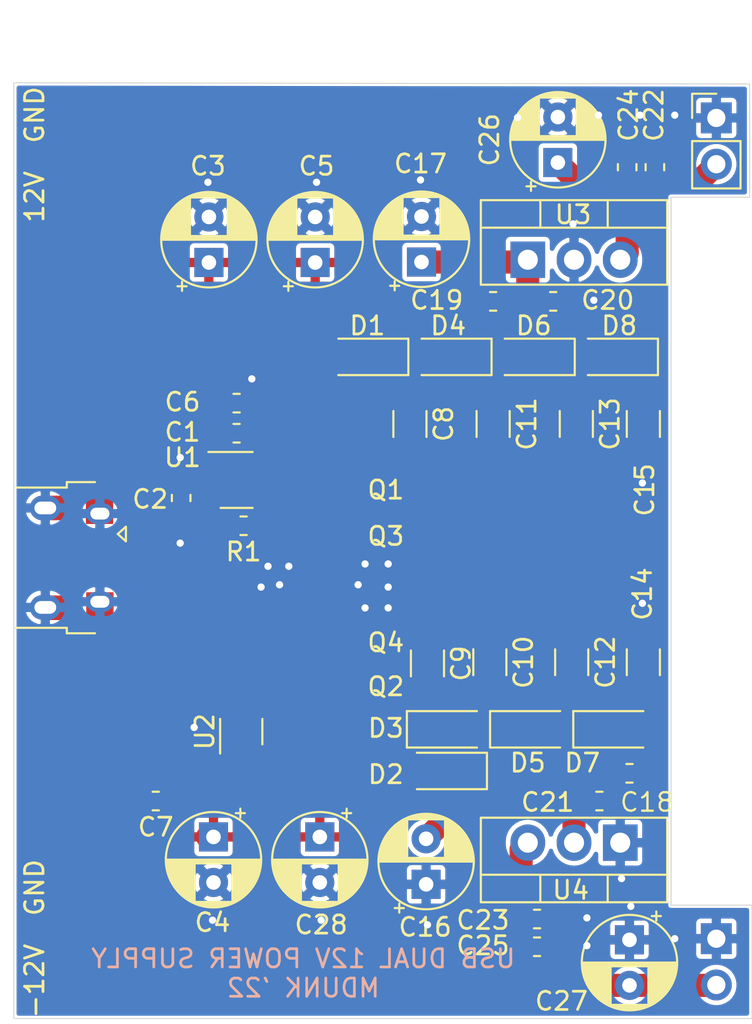
<source format=kicad_pcb>
(kicad_pcb (version 20171130) (host pcbnew "(5.1.10)-1")
  (layers (0 F.Cu signal) (31 B.Cu signal) (34 B.Paste user) (35 F.Paste user hide) (36 B.SilkS user) (37 F.SilkS user) (38 B.Mask user) (39 F.Mask user) (44 Edge.Cuts user))
  (net 0 "")
  (net 1 /CLK)
  (net 2 /5V)
  (net 3 GND)
  (net 4 /NCP_OUT)
  (net 5 /CP_OUT)
  (net 6 /12V)
  (net 7 /-12V)
  (net 8 /B1)
  (net 9 /NCLK)
  (net 10 /B2)
  (net 11 "Net-(U2-Pad1)")
  (net 12 /S1)
  (net 13 /NS1)
  (net 14 /NS2)
  (net 15 /S2)
  (net 16 /NS3)
  (net 17 /S3)
  (net 18 "Net-(J1-Pad4)")
  (net 19 "Net-(J1-Pad3)")
  (net 20 "Net-(J1-Pad2)")
  (net 21 "Net-(R1-Pad1)")
  (module Connector_PinHeader_2.54mm:PinHeader_1x02_P2.54mm_Vertical (layer F.Cu) (at 195.4 125.16)
    (fp_text reference J3 hide)
    (fp_text value Conn_01x02_Male)
    (pad 2 thru_hole oval (at 0 2.54) (size 1.7 1.7) (drill 1) (layers *.Cu *.Mask) (net 7 /-12V))
    (pad 1 thru_hole rect (at 0 0) (size 1.7 1.7) (drill 1) (layers *.Cu *.Mask) (net 3 GND))
  )
  (module Package_TO_SOT_SMD:TSOT-23-5 (layer F.Cu) (at 169.037 99.949)
    (fp_text reference U1 (at -2.974 -1.205) (layer F.SilkS))
    (fp_text value MIC1555)
    (pad 5 smd rect (at 1.31 -0.95) (size 1.22 0.65) (layers F.Cu F.Paste F.Mask) (net 21 "Net-(R1-Pad1)"))
    (pad 4 smd rect (at 1.31 0.95) (size 1.22 0.65) (layers F.Cu F.Paste F.Mask) (net 21 "Net-(R1-Pad1)"))
    (pad 3 smd rect (at -1.31 0.95) (size 1.22 0.65) (layers F.Cu F.Paste F.Mask) (net 1 /CLK))
    (pad 2 smd rect (at -1.31 0) (size 1.22 0.65) (layers F.Cu F.Paste F.Mask) (net 3 GND))
    (pad 1 smd rect (at -1.31 -0.95) (size 1.22 0.65) (layers F.Cu F.Paste F.Mask) (net 2 /5V))
  )
  (module Capacitor_THT:CP_Radial_D5.0mm_P2.50mm (layer F.Cu) (at 173.609 119.572 270)
    (fp_text reference C28 (at 4.826 -0.074 180) (layer F.SilkS))
    (fp_text value CP1)
    (pad 2 thru_hole circle (at 2.5 0 270) (size 1.6 1.6) (drill 0.8) (layers *.Cu *.Mask) (net 3 GND))
    (pad 1 thru_hole rect (at 0 0 270) (size 1.6 1.6) (drill 0.8) (layers *.Cu *.Mask) (net 2 /5V))
  )
  (module Connector_PinHeader_2.54mm:PinHeader_1x02_P2.54mm_Vertical (layer F.Cu) (at 195.4 80.1)
    (fp_text reference J2 hide)
    (fp_text value Conn_01x02_Male)
    (pad 2 thru_hole oval (at 0 2.54) (size 1.7 1.7) (drill 1) (layers *.Cu *.Mask) (net 6 /12V))
    (pad 1 thru_hole rect (at 0 0) (size 1.7 1.7) (drill 1) (layers *.Cu *.Mask) (net 3 GND))
  )
  (module Package_TO_SOT_THT:TO-220-3_Vertical (layer F.Cu) (at 190.119 119.888 180)
    (fp_text reference U4 (at 2.72 -2.605) (layer F.SilkS))
    (fp_text value L7912)
    (pad 3 thru_hole oval (at 5.08 0 180) (size 1.905 2) (drill 1.1) (layers *.Cu *.Mask) (net 7 /-12V))
    (pad 2 thru_hole oval (at 2.54 0 180) (size 1.905 2) (drill 1.1) (layers *.Cu *.Mask) (net 4 /NCP_OUT))
    (pad 1 thru_hole rect (at 0 0 180) (size 1.905 2) (drill 1.1) (layers *.Cu *.Mask) (net 3 GND))
  )
  (module Package_TO_SOT_THT:TO-220-3_Vertical (layer F.Cu) (at 185.039 87.884)
    (fp_text reference U3 (at 2.487 -2.475) (layer F.SilkS))
    (fp_text value L7812)
    (pad 3 thru_hole oval (at 5.08 0) (size 1.905 2) (drill 1.1) (layers *.Cu *.Mask) (net 6 /12V))
    (pad 2 thru_hole oval (at 2.54 0) (size 1.905 2) (drill 1.1) (layers *.Cu *.Mask) (net 3 GND))
    (pad 1 thru_hole rect (at 0 0) (size 1.905 2) (drill 1.1) (layers *.Cu *.Mask) (net 5 /CP_OUT))
  )
  (module Connector_USB:USB_Micro-B_Amphenol_10103594-0001LF_Horizontal (layer F.Cu) (at 159.639 104.267 270)
    (fp_text reference J1 hide)
    (fp_text value USB_B_Micro)
    (pad 6 smd rect (at 0.935 1.385) (size 2.5 1.43) (layers F.Cu F.Paste F.Mask) (net 3 GND))
    (pad 6 smd rect (at -0.985 1.385) (size 2.5 1.43) (layers F.Cu F.Paste F.Mask) (net 3 GND))
    (pad 6 thru_hole oval (at 2.705 1.115) (size 1.7 1.35) (drill oval 1.2 0.7) (layers *.Cu *.Mask) (net 3 GND))
    (pad 6 thru_hole oval (at -2.755 1.115) (size 1.7 1.35) (drill oval 1.2 0.7) (layers *.Cu *.Mask) (net 3 GND))
    (pad 6 thru_hole oval (at 2.395 -1.885) (size 1.5 1.1) (drill oval 1.05 0.65) (layers *.Cu *.Mask) (net 3 GND))
    (pad 6 thru_hole oval (at -2.445 -1.885) (size 1.5 1.1) (drill oval 1.05 0.65) (layers *.Cu *.Mask) (net 3 GND))
    (pad 5 smd rect (at 1.275 -1.765) (size 1.65 0.4) (layers F.Cu F.Paste F.Mask) (net 3 GND))
    (pad 4 smd rect (at 0.625 -1.765) (size 1.65 0.4) (layers F.Cu F.Paste F.Mask) (net 18 "Net-(J1-Pad4)"))
    (pad 3 smd rect (at -0.025 -1.765) (size 1.65 0.4) (layers F.Cu F.Paste F.Mask) (net 19 "Net-(J1-Pad3)"))
    (pad 2 smd rect (at -0.675 -1.765) (size 1.65 0.4) (layers F.Cu F.Paste F.Mask) (net 20 "Net-(J1-Pad2)"))
    (pad 1 smd rect (at -1.325 -1.765) (size 1.65 0.4) (layers F.Cu F.Paste F.Mask) (net 2 /5V))
    (pad 6 smd rect (at 2.875 -1.885 270) (size 2 1.5) (layers F.Cu F.Paste F.Mask) (net 3 GND))
    (pad 6 smd rect (at -2.875 -1.865 270) (size 2 1.5) (layers F.Cu F.Paste F.Mask) (net 3 GND))
    (pad 6 smd rect (at 2.975 -0.565 270) (size 1.825 0.7) (layers F.Cu F.Paste F.Mask) (net 3 GND))
    (pad 6 smd rect (at -2.975 -0.565 270) (size 1.825 0.7) (layers F.Cu F.Paste F.Mask) (net 3 GND))
    (pad 6 smd rect (at -2.755 0.185 270) (size 1.35 2) (layers F.Cu F.Paste F.Mask) (net 3 GND))
    (pad 6 smd rect (at 2.725 0.185 270) (size 1.35 2) (layers F.Cu F.Paste F.Mask) (net 3 GND))
  )
  (module Diode_SMD:D_SOD-123F (layer F.Cu) (at 189.992 93.218 180)
    (fp_text reference D8 (at -0.074 1.713) (layer F.SilkS))
    (fp_text value PSBD1DF40V2L)
    (pad 2 smd rect (at 1.4 0 180) (size 1.1 1.1) (layers F.Cu F.Paste F.Mask) (net 17 /S3))
    (pad 1 smd rect (at -1.4 0 180) (size 1.1 1.1) (layers F.Cu F.Paste F.Mask) (net 5 /CP_OUT))
  )
  (module Diode_SMD:D_SOD-123F (layer F.Cu) (at 189.738 113.665)
    (fp_text reference D7 (at -1.704 1.843) (layer F.SilkS))
    (fp_text value PSBD1DF40V2L)
    (pad 2 smd rect (at 1.4 0) (size 1.1 1.1) (layers F.Cu F.Paste F.Mask) (net 4 /NCP_OUT))
    (pad 1 smd rect (at -1.4 0) (size 1.1 1.1) (layers F.Cu F.Paste F.Mask) (net 16 /NS3))
  )
  (module Diode_SMD:D_SOD-123F (layer F.Cu) (at 185.42 93.218 180)
    (fp_text reference D6 (at 0.053 1.713) (layer F.SilkS))
    (fp_text value PSBD1DF40V2L)
    (pad 2 smd rect (at 1.4 0 180) (size 1.1 1.1) (layers F.Cu F.Paste F.Mask) (net 15 /S2))
    (pad 1 smd rect (at -1.4 0 180) (size 1.1 1.1) (layers F.Cu F.Paste F.Mask) (net 17 /S3))
  )
  (module Diode_SMD:D_SOD-123F (layer F.Cu) (at 185.166 113.665)
    (fp_text reference D5 (at -0.127 1.843) (layer F.SilkS))
    (fp_text value PSBD1DF40V2L)
    (pad 2 smd rect (at 1.4 0) (size 1.1 1.1) (layers F.Cu F.Paste F.Mask) (net 16 /NS3))
    (pad 1 smd rect (at -1.4 0) (size 1.1 1.1) (layers F.Cu F.Paste F.Mask) (net 14 /NS2))
  )
  (module Diode_SMD:D_SOD-123F (layer F.Cu) (at 180.848 93.218 180)
    (fp_text reference D4 (at 0.18 1.713) (layer F.SilkS))
    (fp_text value PSBD1DF40V2L)
    (pad 2 smd rect (at 1.4 0 180) (size 1.1 1.1) (layers F.Cu F.Paste F.Mask) (net 12 /S1))
    (pad 1 smd rect (at -1.4 0 180) (size 1.1 1.1) (layers F.Cu F.Paste F.Mask) (net 15 /S2))
  )
  (module Diode_SMD:D_SOD-123F (layer F.Cu) (at 180.594 113.665)
    (fp_text reference D3 (at -3.355 -0.062) (layer F.SilkS))
    (fp_text value PSBD1DF40V2L)
    (pad 2 smd rect (at 1.4 0) (size 1.1 1.1) (layers F.Cu F.Paste F.Mask) (net 14 /NS2))
    (pad 1 smd rect (at -1.4 0) (size 1.1 1.1) (layers F.Cu F.Paste F.Mask) (net 13 /NS1))
  )
  (module Diode_SMD:D_SOD-123F (layer F.Cu) (at 180.594 115.951 180)
    (fp_text reference D2 (at 3.355 -0.192) (layer F.SilkS))
    (fp_text value PSBD1DF40V2L)
    (pad 2 smd rect (at 1.4 0 180) (size 1.1 1.1) (layers F.Cu F.Paste F.Mask) (net 13 /NS1))
    (pad 1 smd rect (at -1.4 0 180) (size 1.1 1.1) (layers F.Cu F.Paste F.Mask) (net 3 GND))
  )
  (module Diode_SMD:D_SOD-123F (layer F.Cu) (at 176.276 93.218 180)
    (fp_text reference D1 (at 0.053 1.713) (layer F.SilkS))
    (fp_text value PSBD1DF40V2L)
    (pad 2 smd rect (at 1.4 0 180) (size 1.1 1.1) (layers F.Cu F.Paste F.Mask) (net 2 /5V))
    (pad 1 smd rect (at -1.4 0 180) (size 1.1 1.1) (layers F.Cu F.Paste F.Mask) (net 12 /S1))
  )
  (module Capacitor_SMD:C_1206_3216Metric_Pad1.33x1.80mm_HandSolder (layer F.Cu) (at 191.389 96.901 270)
    (fp_text reference C15 (at 3.621 -0.074 90) (layer F.SilkS))
    (fp_text value C)
    (pad 2 smd roundrect (at 1.5625 0 270) (size 1.325 1.8) (layers F.Cu F.Paste F.Mask) (roundrect_rratio 0.1886784905660377) (net 3 GND))
    (pad 1 smd roundrect (at -1.5625 0 270) (size 1.325 1.8) (layers F.Cu F.Paste F.Mask) (roundrect_rratio 0.1886784905660377) (net 5 /CP_OUT))
  )
  (module Capacitor_SMD:C_1206_3216Metric_Pad1.33x1.80mm_HandSolder (layer F.Cu) (at 191.389 109.982 270)
    (fp_text reference C14 (at -3.745 0.053 90) (layer F.SilkS))
    (fp_text value C)
    (pad 2 smd roundrect (at 1.5625 0 270) (size 1.325 1.8) (layers F.Cu F.Paste F.Mask) (roundrect_rratio 0.1886784905660377) (net 4 /NCP_OUT))
    (pad 1 smd roundrect (at -1.5625 0 270) (size 1.325 1.8) (layers F.Cu F.Paste F.Mask) (roundrect_rratio 0.1886784905660377) (net 3 GND))
  )
  (module Capacitor_SMD:C_1206_3216Metric_Pad1.33x1.80mm_HandSolder (layer F.Cu) (at 187.706 96.901 270)
    (fp_text reference C13 (at 0 -1.85 90) (layer F.SilkS))
    (fp_text value C)
    (pad 2 smd roundrect (at 1.5625 0 270) (size 1.325 1.8) (layers F.Cu F.Paste F.Mask) (roundrect_rratio 0.1886784905660377) (net 8 /B1))
    (pad 1 smd roundrect (at -1.5625 0 270) (size 1.325 1.8) (layers F.Cu F.Paste F.Mask) (roundrect_rratio 0.1886784905660377) (net 17 /S3))
  )
  (module Capacitor_SMD:C_1206_3216Metric_Pad1.33x1.80mm_HandSolder (layer F.Cu) (at 187.452 109.982 270)
    (fp_text reference C12 (at 0 -1.85 90) (layer F.SilkS))
    (fp_text value C)
    (pad 2 smd roundrect (at 1.5625 0 270) (size 1.325 1.8) (layers F.Cu F.Paste F.Mask) (roundrect_rratio 0.1886784905660377) (net 16 /NS3))
    (pad 1 smd roundrect (at -1.5625 0 270) (size 1.325 1.8) (layers F.Cu F.Paste F.Mask) (roundrect_rratio 0.1886784905660377) (net 10 /B2))
  )
  (module Capacitor_SMD:C_1206_3216Metric_Pad1.33x1.80mm_HandSolder (layer F.Cu) (at 183.134 96.901 270)
    (fp_text reference C11 (at 0 -1.85 90) (layer F.SilkS))
    (fp_text value C)
    (pad 2 smd roundrect (at 1.5625 0 270) (size 1.325 1.8) (layers F.Cu F.Paste F.Mask) (roundrect_rratio 0.1886784905660377) (net 10 /B2))
    (pad 1 smd roundrect (at -1.5625 0 270) (size 1.325 1.8) (layers F.Cu F.Paste F.Mask) (roundrect_rratio 0.1886784905660377) (net 15 /S2))
  )
  (module Capacitor_SMD:C_1206_3216Metric_Pad1.33x1.80mm_HandSolder (layer F.Cu) (at 182.954 109.982 270)
    (fp_text reference C10 (at 0 -1.85 90) (layer F.SilkS))
    (fp_text value C)
    (pad 2 smd roundrect (at 1.5625 0 270) (size 1.325 1.8) (layers F.Cu F.Paste F.Mask) (roundrect_rratio 0.1886784905660377) (net 14 /NS2))
    (pad 1 smd roundrect (at -1.5625 0 270) (size 1.325 1.8) (layers F.Cu F.Paste F.Mask) (roundrect_rratio 0.1886784905660377) (net 8 /B1))
  )
  (module Capacitor_SMD:C_1206_3216Metric_Pad1.33x1.80mm_HandSolder (layer F.Cu) (at 179.525 110.047 270)
    (fp_text reference C9 (at 0 -1.85 90) (layer F.SilkS))
    (fp_text value C)
    (pad 2 smd roundrect (at 1.5625 0 270) (size 1.325 1.8) (layers F.Cu F.Paste F.Mask) (roundrect_rratio 0.1886784905660377) (net 13 /NS1))
    (pad 1 smd roundrect (at -1.5625 0 270) (size 1.325 1.8) (layers F.Cu F.Paste F.Mask) (roundrect_rratio 0.1886784905660377) (net 10 /B2))
  )
  (module Capacitor_SMD:C_1206_3216Metric_Pad1.33x1.80mm_HandSolder (layer F.Cu) (at 178.562 96.901 270)
    (fp_text reference C8 (at 0 -1.85 90) (layer F.SilkS))
    (fp_text value C)
    (pad 2 smd roundrect (at 1.5625 0 270) (size 1.325 1.8) (layers F.Cu F.Paste F.Mask) (roundrect_rratio 0.1886784905660377) (net 8 /B1))
    (pad 1 smd roundrect (at -1.5625 0 270) (size 1.325 1.8) (layers F.Cu F.Paste F.Mask) (roundrect_rratio 0.1886784905660377) (net 12 /S1))
  )
  (module Resistor_SMD:R_0603_1608Metric_Pad1.05x0.95mm_HandSolder (layer F.Cu) (at 169.418 102.489 180)
    (fp_text reference R1 (at 0 -1.43) (layer F.SilkS))
    (fp_text value 1K)
    (pad 1 smd roundrect (at -0.875 0 180) (size 1.05 0.95) (layers F.Cu F.Paste F.Mask) (net 21 "Net-(R1-Pad1)"))
    (pad 2 smd roundrect (at 0.875 0 180) (size 1.05 0.95) (layers F.Cu F.Paste F.Mask) (net 1 /CLK))
  )
  (module Capacitor_SMD:C_0603_1608Metric_Pad1.05x0.95mm_HandSolder (layer F.Cu) (at 169.037 97.409)
    (fp_text reference C1 (at -2.974 -0.062) (layer F.SilkS))
    (fp_text value 10nF)
    (pad 1 smd roundrect (at -0.875 0) (size 1.05 0.95) (layers F.Cu F.Paste F.Mask) (net 2 /5V))
    (pad 2 smd roundrect (at 0.875 0) (size 1.05 0.95) (layers F.Cu F.Paste F.Mask) (net 3 GND))
  )
  (module Capacitor_SMD:C_0603_1608Metric_Pad1.05x0.95mm_HandSolder (layer F.Cu) (at 165.989 100.965 270)
    (fp_text reference C2 (at 0.065 1.704 180) (layer F.SilkS))
    (fp_text value 220pF)
    (pad 2 smd roundrect (at 0.875 0 270) (size 1.05 0.95) (layers F.Cu F.Paste F.Mask) (net 1 /CLK))
    (pad 1 smd roundrect (at -0.875 0 270) (size 1.05 0.95) (layers F.Cu F.Paste F.Mask) (net 3 GND))
  )
  (module Capacitor_THT:CP_Radial_D5.0mm_P2.50mm (layer F.Cu) (at 167.513 88.036 90)
    (fp_text reference C3 (at 5.294 -0.053 180) (layer F.SilkS))
    (fp_text value CP1)
    (pad 1 thru_hole rect (at 0 0 90) (size 1.6 1.6) (drill 0.8) (layers *.Cu *.Mask) (net 2 /5V))
    (pad 2 thru_hole circle (at 2.5 0 90) (size 1.6 1.6) (drill 0.8) (layers *.Cu *.Mask) (net 3 GND))
  )
  (module Capacitor_THT:CP_Radial_D5.0mm_P2.50mm (layer F.Cu) (at 167.767 119.572 270)
    (fp_text reference C4 (at 4.699 0.053 180) (layer F.SilkS))
    (fp_text value CP1)
    (pad 1 thru_hole rect (at 0 0 270) (size 1.6 1.6) (drill 0.8) (layers *.Cu *.Mask) (net 2 /5V))
    (pad 2 thru_hole circle (at 2.5 0 270) (size 1.6 1.6) (drill 0.8) (layers *.Cu *.Mask) (net 3 GND))
  )
  (module Capacitor_THT:CP_Radial_D5.0mm_P2.50mm (layer F.Cu) (at 173.355 88.036 90)
    (fp_text reference C5 (at 5.294 0.074 180) (layer F.SilkS))
    (fp_text value CP1)
    (pad 2 thru_hole circle (at 2.5 0 90) (size 1.6 1.6) (drill 0.8) (layers *.Cu *.Mask) (net 3 GND))
    (pad 1 thru_hole rect (at 0 0 90) (size 1.6 1.6) (drill 0.8) (layers *.Cu *.Mask) (net 2 /5V))
  )
  (module Capacitor_SMD:C_0603_1608Metric_Pad1.05x0.95mm_HandSolder (layer F.Cu) (at 169.037 95.758)
    (fp_text reference C6 (at -2.974 -0.062) (layer F.SilkS))
    (fp_text value C)
    (pad 1 smd roundrect (at -0.875 0) (size 1.05 0.95) (layers F.Cu F.Paste F.Mask) (net 2 /5V))
    (pad 2 smd roundrect (at 0.875 0) (size 1.05 0.95) (layers F.Cu F.Paste F.Mask) (net 3 GND))
  )
  (module Capacitor_SMD:C_0603_1608Metric_Pad1.05x0.95mm_HandSolder (layer F.Cu) (at 164.592 117.602 180)
    (fp_text reference C7 (at 0 -1.43) (layer F.SilkS))
    (fp_text value C)
    (pad 2 smd roundrect (at 0.875 0 180) (size 1.05 0.95) (layers F.Cu F.Paste F.Mask) (net 3 GND))
    (pad 1 smd roundrect (at -0.875 0 180) (size 1.05 0.95) (layers F.Cu F.Paste F.Mask) (net 2 /5V))
  )
  (module Capacitor_THT:CP_Radial_D5.0mm_P2.50mm (layer F.Cu) (at 179.451 122.174 90)
    (fp_text reference C16 (at -2.351 -0.053 180) (layer F.SilkS))
    (fp_text value CP1)
    (pad 1 thru_hole rect (at 0 0 90) (size 1.6 1.6) (drill 0.8) (layers *.Cu *.Mask) (net 3 GND))
    (pad 2 thru_hole circle (at 2.5 0 90) (size 1.6 1.6) (drill 0.8) (layers *.Cu *.Mask) (net 4 /NCP_OUT))
  )
  (module Capacitor_THT:CP_Radial_D5.0mm_P2.50mm (layer F.Cu) (at 179.197 88.011 90)
    (fp_text reference C17 (at 5.396 -0.053 180) (layer F.SilkS))
    (fp_text value CP1)
    (pad 2 thru_hole circle (at 2.5 0 90) (size 1.6 1.6) (drill 0.8) (layers *.Cu *.Mask) (net 3 GND))
    (pad 1 thru_hole rect (at 0 0 90) (size 1.6 1.6) (drill 0.8) (layers *.Cu *.Mask) (net 5 /CP_OUT))
  )
  (module Capacitor_SMD:C_0603_1608Metric_Pad1.05x0.95mm_HandSolder (layer F.Cu) (at 190.627 116.078 180)
    (fp_text reference C18 (at -0.963 -1.589) (layer F.SilkS) (effects (font (size 1.016 1.016) (thickness 0.127))))
    (fp_text value C)
    (pad 2 smd roundrect (at 0.875 0 180) (size 1.05 0.95) (layers F.Cu F.Paste F.Mask) (net 4 /NCP_OUT))
    (pad 1 smd roundrect (at -0.875 0 180) (size 1.05 0.95) (layers F.Cu F.Paste F.Mask) (net 3 GND))
  )
  (module Capacitor_SMD:C_0603_1608Metric_Pad1.05x0.95mm_HandSolder (layer F.Cu) (at 183.134 90.17 180)
    (fp_text reference C19 (at 3.101 0.062) (layer F.SilkS))
    (fp_text value C)
    (pad 1 smd roundrect (at -0.875 0 180) (size 1.05 0.95) (layers F.Cu F.Paste F.Mask) (net 5 /CP_OUT))
    (pad 2 smd roundrect (at 0.875 0 180) (size 1.05 0.95) (layers F.Cu F.Paste F.Mask) (net 3 GND))
  )
  (module Capacitor_SMD:C_0603_1608Metric_Pad1.05x0.95mm_HandSolder (layer F.Cu) (at 186.436 90.17)
    (fp_text reference C20 (at 2.995 -0.062) (layer F.SilkS))
    (fp_text value .33uF)
    (pad 2 smd roundrect (at 0.875 0) (size 1.05 0.95) (layers F.Cu F.Paste F.Mask) (net 3 GND))
    (pad 1 smd roundrect (at -0.875 0) (size 1.05 0.95) (layers F.Cu F.Paste F.Mask) (net 5 /CP_OUT))
  )
  (module Capacitor_SMD:C_0603_1608Metric_Pad1.05x0.95mm_HandSolder (layer F.Cu) (at 188.976 117.602 180)
    (fp_text reference C21 (at 2.847 -0.065) (layer F.SilkS))
    (fp_text value 2.2uF)
    (pad 2 smd roundrect (at 0.875 0 180) (size 1.05 0.95) (layers F.Cu F.Paste F.Mask) (net 4 /NCP_OUT))
    (pad 1 smd roundrect (at -0.875 0 180) (size 1.05 0.95) (layers F.Cu F.Paste F.Mask) (net 3 GND))
  )
  (module Capacitor_SMD:C_0603_1608Metric_Pad1.05x0.95mm_HandSolder (layer F.Cu) (at 192.024 82.804 90)
    (fp_text reference C22 (at 2.856 -0.053 90) (layer F.SilkS))
    (fp_text value .1uF)
    (pad 1 smd roundrect (at -0.875 0 90) (size 1.05 0.95) (layers F.Cu F.Paste F.Mask) (net 6 /12V))
    (pad 2 smd roundrect (at 0.875 0 90) (size 1.05 0.95) (layers F.Cu F.Paste F.Mask) (net 3 GND))
  )
  (module Capacitor_SMD:C_0603_1608Metric_Pad1.05x0.95mm_HandSolder (layer F.Cu) (at 185.547 124.079 180)
    (fp_text reference C23 (at 2.974 -0.065) (layer F.SilkS))
    (fp_text value 1uF)
    (pad 1 smd roundrect (at -0.875 0 180) (size 1.05 0.95) (layers F.Cu F.Paste F.Mask) (net 3 GND))
    (pad 2 smd roundrect (at 0.875 0 180) (size 1.05 0.95) (layers F.Cu F.Paste F.Mask) (net 7 /-12V))
  )
  (module Capacitor_SMD:C_0603_1608Metric_Pad1.05x0.95mm_HandSolder (layer F.Cu) (at 190.5 82.804 90)
    (fp_text reference C24 (at 2.856 0.074 90) (layer F.SilkS))
    (fp_text value C)
    (pad 2 smd roundrect (at 0.875 0 90) (size 1.05 0.95) (layers F.Cu F.Paste F.Mask) (net 3 GND))
    (pad 1 smd roundrect (at -0.875 0 90) (size 1.05 0.95) (layers F.Cu F.Paste F.Mask) (net 6 /12V))
  )
  (module Capacitor_SMD:C_0603_1608Metric_Pad1.05x0.95mm_HandSolder (layer F.Cu) (at 185.547 125.603 180)
    (fp_text reference C25 (at 2.974 0.062) (layer F.SilkS))
    (fp_text value C)
    (pad 1 smd roundrect (at -0.875 0 180) (size 1.05 0.95) (layers F.Cu F.Paste F.Mask) (net 3 GND))
    (pad 2 smd roundrect (at 0.875 0 180) (size 1.05 0.95) (layers F.Cu F.Paste F.Mask) (net 7 /-12V))
  )
  (module Capacitor_THT:CP_Radial_D5.0mm_P2.50mm (layer F.Cu) (at 186.69 82.55 90)
    (fp_text reference C26 (at 1.25 -3.75 90) (layer F.SilkS))
    (fp_text value CP1)
    (pad 2 thru_hole circle (at 2.5 0 90) (size 1.6 1.6) (drill 0.8) (layers *.Cu *.Mask) (net 3 GND))
    (pad 1 thru_hole rect (at 0 0 90) (size 1.6 1.6) (drill 0.8) (layers *.Cu *.Mask) (net 6 /12V))
  )
  (module Capacitor_THT:CP_Radial_D5.0mm_P2.50mm (layer F.Cu) (at 190.627 125.222 270)
    (fp_text reference C27 (at 3.367 3.736 180) (layer F.SilkS))
    (fp_text value CP1)
    (pad 1 thru_hole rect (at 0 0 270) (size 1.6 1.6) (drill 0.8) (layers *.Cu *.Mask) (net 3 GND))
    (pad 2 thru_hole circle (at 2.5 0 270) (size 1.6 1.6) (drill 0.8) (layers *.Cu *.Mask) (net 7 /-12V))
  )
  (module Custom_FPs:PPAK5-8L (layer F.Cu) (at 173.99 97.79)
    (fp_text reference Q1 (at 3.249 2.732) (layer F.SilkS))
    (fp_text value HY12P03C2)
    (pad 5 smd rect (at 0 0.67) (size 4.25 3.82) (layers F.Cu F.Paste F.Mask) (net 8 /B1))
    (pad 5 smd roundrect (at -1.905 2.785) (size 0.4 0.58) (layers F.Cu F.Paste F.Mask) (roundrect_rratio 0.1) (net 8 /B1))
    (pad 5 smd roundrect (at -0.635 2.785) (size 0.4 0.58) (layers F.Cu F.Paste F.Mask) (roundrect_rratio 0.1) (net 8 /B1))
    (pad 5 smd roundrect (at 0.635 2.785) (size 0.4 0.58) (layers F.Cu F.Paste F.Mask) (roundrect_rratio 0.1) (net 8 /B1))
    (pad 5 smd roundrect (at 1.905 2.785) (size 0.4 0.58) (layers F.Cu F.Paste F.Mask) (roundrect_rratio 0.1) (net 8 /B1))
    (pad 4 smd roundrect (at -1.905 -2.785) (size 0.4 0.58) (layers F.Cu F.Paste F.Mask) (roundrect_rratio 0.1) (net 1 /CLK))
    (pad 3 smd roundrect (at -0.635 -2.785) (size 0.4 0.58) (layers F.Cu F.Paste F.Mask) (roundrect_rratio 0.1) (net 2 /5V))
    (pad 2 smd roundrect (at 0.635 -2.785) (size 0.4 0.58) (layers F.Cu F.Paste F.Mask) (roundrect_rratio 0.1) (net 2 /5V))
    (pad 1 smd roundrect (at 1.905 -2.785) (size 0.4 0.58) (layers F.Cu F.Paste F.Mask) (roundrect_rratio 0.1) (net 2 /5V))
  )
  (module Custom_FPs:PPAK5-8L (layer F.Cu) (at 173.99 113.7 180)
    (fp_text reference Q2 (at -3.249 2.383) (layer F.SilkS))
    (fp_text value HY12P03C2)
    (pad 1 smd roundrect (at 1.905 -2.785 180) (size 0.4 0.58) (layers F.Cu F.Paste F.Mask) (roundrect_rratio 0.1) (net 2 /5V))
    (pad 2 smd roundrect (at 0.635 -2.785 180) (size 0.4 0.58) (layers F.Cu F.Paste F.Mask) (roundrect_rratio 0.1) (net 2 /5V))
    (pad 3 smd roundrect (at -0.635 -2.785 180) (size 0.4 0.58) (layers F.Cu F.Paste F.Mask) (roundrect_rratio 0.1) (net 2 /5V))
    (pad 4 smd roundrect (at -1.905 -2.785 180) (size 0.4 0.58) (layers F.Cu F.Paste F.Mask) (roundrect_rratio 0.1) (net 9 /NCLK))
    (pad 5 smd roundrect (at 1.905 2.785 180) (size 0.4 0.58) (layers F.Cu F.Paste F.Mask) (roundrect_rratio 0.1) (net 10 /B2))
    (pad 5 smd roundrect (at 0.635 2.785 180) (size 0.4 0.58) (layers F.Cu F.Paste F.Mask) (roundrect_rratio 0.1) (net 10 /B2))
    (pad 5 smd roundrect (at -0.635 2.785 180) (size 0.4 0.58) (layers F.Cu F.Paste F.Mask) (roundrect_rratio 0.1) (net 10 /B2))
    (pad 5 smd roundrect (at -1.905 2.785 180) (size 0.4 0.58) (layers F.Cu F.Paste F.Mask) (roundrect_rratio 0.1) (net 10 /B2))
    (pad 5 smd rect (at 0 0.67 180) (size 4.25 3.82) (layers F.Cu F.Paste F.Mask) (net 10 /B2))
  )
  (module Custom_FPs:PDFN3333 (layer F.Cu) (at 173.99 103.237 180)
    (fp_text reference Q3 (at -3.249 0.175) (layer F.SilkS))
    (fp_text value ET6300)
    (pad 5 smd rect (at 0 0.24 180) (size 2.59 2) (layers F.Cu F.Paste F.Mask) (net 8 /B1))
    (pad 5 smd roundrect (at -0.975 1.475 180) (size 0.35 0.5) (layers F.Cu F.Paste F.Mask) (roundrect_rratio 0.1) (net 8 /B1))
    (pad 5 smd roundrect (at -0.325 1.475 180) (size 0.35 0.5) (layers F.Cu F.Paste F.Mask) (roundrect_rratio 0.1) (net 8 /B1))
    (pad 5 smd roundrect (at 0.325 1.475 180) (size 0.35 0.5) (layers F.Cu F.Paste F.Mask) (roundrect_rratio 0.1) (net 8 /B1))
    (pad 5 smd roundrect (at 0.975 1.475 180) (size 0.35 0.5) (layers F.Cu F.Paste F.Mask) (roundrect_rratio 0.1) (net 8 /B1))
    (pad 4 smd roundrect (at -0.975 -1.475 180) (size 0.35 0.5) (layers F.Cu F.Paste F.Mask) (roundrect_rratio 0.1) (net 1 /CLK))
    (pad 3 smd roundrect (at -0.325 -1.475 180) (size 0.35 0.5) (layers F.Cu F.Paste F.Mask) (roundrect_rratio 0.1) (net 3 GND))
    (pad 2 smd roundrect (at 0.325 -1.475 180) (size 0.35 0.5) (layers F.Cu F.Paste F.Mask) (roundrect_rratio 0.1) (net 3 GND))
    (pad 1 smd roundrect (at 0.975 -1.475 180) (size 0.35 0.5) (layers F.Cu F.Paste F.Mask) (roundrect_rratio 0.1) (net 3 GND))
  )
  (module Custom_FPs:PDFN3333 (layer F.Cu) (at 173.99 108.345)
    (fp_text reference Q4 (at 3.249 0.559) (layer F.SilkS))
    (fp_text value ET6300)
    (pad 1 smd roundrect (at 0.975 -1.475) (size 0.35 0.5) (layers F.Cu F.Paste F.Mask) (roundrect_rratio 0.1) (net 3 GND))
    (pad 2 smd roundrect (at 0.325 -1.475) (size 0.35 0.5) (layers F.Cu F.Paste F.Mask) (roundrect_rratio 0.1) (net 3 GND))
    (pad 3 smd roundrect (at -0.325 -1.475) (size 0.35 0.5) (layers F.Cu F.Paste F.Mask) (roundrect_rratio 0.1) (net 3 GND))
    (pad 4 smd roundrect (at -0.975 -1.475) (size 0.35 0.5) (layers F.Cu F.Paste F.Mask) (roundrect_rratio 0.1) (net 9 /NCLK))
    (pad 5 smd roundrect (at 0.975 1.475) (size 0.35 0.5) (layers F.Cu F.Paste F.Mask) (roundrect_rratio 0.1) (net 10 /B2))
    (pad 5 smd roundrect (at 0.325 1.475) (size 0.35 0.5) (layers F.Cu F.Paste F.Mask) (roundrect_rratio 0.1) (net 10 /B2))
    (pad 5 smd roundrect (at -0.325 1.475) (size 0.35 0.5) (layers F.Cu F.Paste F.Mask) (roundrect_rratio 0.1) (net 10 /B2))
    (pad 5 smd roundrect (at -0.975 1.475) (size 0.35 0.5) (layers F.Cu F.Paste F.Mask) (roundrect_rratio 0.1) (net 10 /B2))
    (pad 5 smd rect (at 0 0.24) (size 2.59 2) (layers F.Cu F.Paste F.Mask) (net 10 /B2))
  )
  (module Package_TO_SOT_SMD:SOT-353_SC-70-5_Handsoldering (layer F.Cu) (at 169.291 113.792 90)
    (fp_text reference U2 (at 0 -2 90) (layer F.SilkS))
    (fp_text value NL17SZU04DFT2G)
    (pad 1 smd rect (at -1.33 -0.65 90) (size 1.5 0.4) (layers F.Cu F.Paste F.Mask) (net 11 "Net-(U2-Pad1)"))
    (pad 2 smd rect (at -1.33 0 90) (size 1.5 0.4) (layers F.Cu F.Paste F.Mask) (net 1 /CLK))
    (pad 3 smd rect (at -1.33 0.65 90) (size 1.5 0.4) (layers F.Cu F.Paste F.Mask) (net 3 GND))
    (pad 4 smd rect (at 1.33 0.65 90) (size 1.5 0.4) (layers F.Cu F.Paste F.Mask) (net 9 /NCLK))
    (pad 5 smd rect (at 1.33 -0.65 90) (size 1.5 0.4) (layers F.Cu F.Paste F.Mask) (net 2 /5V))
  )
  (gr_text "USB DUAL 12V POWER SUPPLY\nMDUNK '22" (at 172.7 127.06) (layer B.SilkS) (effects (font (size 1 1)) (justify mirror)))
  (gr_text "12V  GND" (at 157.935 82.107 90) (layer F.SilkS) (effects (font (size 1.016 1.016) (thickness 0.1524))))
  (gr_text "-12V  GND" (at 157.935 125.16 90) (layer F.SilkS) (effects (font (size 1.016 1.016) (thickness 0.1524))))
  (gr_line (start 156.792 78.17) (end 156.792 129.54) (layer Edge.Cuts) (width 0.05))
  (gr_line (start 197.231 78.232) (end 156.792 78.17) (layer Edge.Cuts) (width 0.05))
  (gr_line (start 197.231 84.455) (end 197.231 78.232) (layer Edge.Cuts) (width 0.05))
  (gr_line (start 192.913 84.455) (end 197.231 84.455) (layer Edge.Cuts) (width 0.05))
  (gr_line (start 192.913 123.317) (end 192.913 84.455) (layer Edge.Cuts) (width 0.05))
  (gr_line (start 197.358 129.54) (end 156.792 129.54) (layer Edge.Cuts) (width 0.05))
  (gr_line (start 197.358 123.317) (end 197.358 129.54) (layer Edge.Cuts) (width 0.05))
  (gr_line (start 192.913 123.317) (end 197.358 123.317) (layer Edge.Cuts) (width 0.05))
  (via (at 165.936 103.443) (size 0.8) (drill 0.4) (layers F.Cu B.Cu) (net 3))
  (segment (start 169.291 109.584764) (end 172.892764 105.983) (width 0.254) (layer F.Cu) (net 1))
  (segment (start 169.291 115.122) (end 169.291 109.584764) (width 0.254) (layer F.Cu) (net 1))
  (segment (start 174.965 105.00533) (end 174.965 104.712) (width 0.254) (layer F.Cu) (net 1))
  (segment (start 173.98733 105.983) (end 174.965 105.00533) (width 0.254) (layer F.Cu) (net 1))
  (segment (start 172.892764 105.983) (end 173.98733 105.983) (width 0.254) (layer F.Cu) (net 1))
  (segment (start 166.93 100.899) (end 165.989 101.84) (width 0.254) (layer F.Cu) (net 1))
  (segment (start 167.727 100.899) (end 166.93 100.899) (width 0.254) (layer F.Cu) (net 1))
  (segment (start 166.638 102.489) (end 165.989 101.84) (width 0.254) (layer F.Cu) (net 1))
  (segment (start 168.543 102.489) (end 166.638 102.489) (width 0.254) (layer F.Cu) (net 1))
  (segment (start 169.238 103.184) (end 168.543 102.489) (width 0.254) (layer F.Cu) (net 1))
  (segment (start 169.238 109.531764) (end 169.238 103.184) (width 0.254) (layer F.Cu) (net 1))
  (segment (start 169.291 109.584764) (end 169.238 109.531764) (width 0.254) (layer F.Cu) (net 1))
  (segment (start 167.727 100.899) (end 168.734 100.899) (width 0.254) (layer F.Cu) (net 1))
  (segment (start 170.73299 98.26501) (end 171.016 97.982) (width 0.254) (layer F.Cu) (net 1))
  (segment (start 169.460188 98.26501) (end 170.73299 98.26501) (width 0.254) (layer F.Cu) (net 1))
  (segment (start 168.734 98.991198) (end 169.460188 98.26501) (width 0.254) (layer F.Cu) (net 1))
  (segment (start 168.734 100.899) (end 168.734 98.991198) (width 0.254) (layer F.Cu) (net 1))
  (segment (start 171.016 96.074) (end 172.085 95.005) (width 0.254) (layer F.Cu) (net 1))
  (segment (start 171.016 97.982) (end 171.016 96.074) (width 0.254) (layer F.Cu) (net 1))
  (segment (start 167.767 119.572) (end 167.437 119.572) (width 1.27) (layer F.Cu) (net 2))
  (segment (start 167.727 97.844) (end 168.162 97.409) (width 0.254) (layer F.Cu) (net 2))
  (segment (start 167.727 98.999) (end 167.727 97.844) (width 0.254) (layer F.Cu) (net 2))
  (segment (start 167.5 110.46) (end 164.1 110.46) (width 0.254) (layer F.Cu) (net 2))
  (segment (start 168.641 111.601) (end 167.5 110.46) (width 0.254) (layer F.Cu) (net 2))
  (segment (start 168.641 112.462) (end 168.641 111.601) (width 0.254) (layer F.Cu) (net 2))
  (via (at 190.193 121.858) (size 0.8) (drill 0.4) (layers F.Cu B.Cu) (net 3))
  (via (at 188.288 124.017) (size 0.8) (drill 0.4) (layers F.Cu B.Cu) (net 3))
  (via (at 179.525 124.398) (size 0.8) (drill 0.4) (layers F.Cu B.Cu) (net 3))
  (via (at 173.683 124.144) (size 0.8) (drill 0.4) (layers F.Cu B.Cu) (net 3))
  (via (at 167.714 124.144) (size 0.8) (drill 0.4) (layers F.Cu B.Cu) (net 3))
  (via (at 191.336 106.745) (size 0.8) (drill 0.4) (layers F.Cu B.Cu) (net 3))
  (via (at 191.336 100.141) (size 0.8) (drill 0.4) (layers F.Cu B.Cu) (net 3))
  (via (at 179.144 83.504) (size 0.8) (drill 0.4) (layers F.Cu B.Cu) (net 3))
  (via (at 173.429 83.631) (size 0.8) (drill 0.4) (layers F.Cu B.Cu) (net 3))
  (via (at 167.46 83.631) (size 0.8) (drill 0.4) (layers F.Cu B.Cu) (net 3))
  (via (at 188.923 79.948) (size 0.8) (drill 0.4) (layers F.Cu B.Cu) (net 3))
  (via (at 193.114 79.948) (size 0.8) (drill 0.4) (layers F.Cu B.Cu) (net 3))
  (via (at 191.209 79.948) (size 0.8) (drill 0.4) (layers F.Cu B.Cu) (net 3))
  (via (at 184.478 80.075) (size 0.8) (drill 0.4) (layers F.Cu B.Cu) (net 3))
  (via (at 188.669 90.108) (size 0.8) (drill 0.4) (layers F.Cu B.Cu) (net 3))
  (via (at 187.526 85.917) (size 0.8) (drill 0.4) (layers F.Cu B.Cu) (net 3))
  (via (at 190.701 123.382) (size 0.8) (drill 0.4) (layers F.Cu B.Cu) (net 3))
  (via (at 193.114 125.16) (size 0.8) (drill 0.4) (layers F.Cu B.Cu) (net 3))
  (via (at 165.936 98.744) (size 0.8) (drill 0.4) (layers F.Cu B.Cu) (net 3))
  (via (at 171.905 104.713) (size 0.8) (drill 0.4) (layers F.Cu B.Cu) (net 3))
  (via (at 170.762 104.713) (size 0.8) (drill 0.4) (layers F.Cu B.Cu) (net 3))
  (via (at 171.397 105.729) (size 0.8) (drill 0.4) (layers F.Cu B.Cu) (net 3))
  (via (at 175.715 105.729) (size 0.8) (drill 0.4) (layers F.Cu B.Cu) (net 3))
  (via (at 176.096 106.999) (size 0.8) (drill 0.4) (layers F.Cu B.Cu) (net 3))
  (via (at 177.366 106.999) (size 0.8) (drill 0.4) (layers F.Cu B.Cu) (net 3))
  (via (at 177.366 105.856) (size 0.8) (drill 0.4) (layers F.Cu B.Cu) (net 3))
  (via (at 177.366 104.586) (size 0.8) (drill 0.4) (layers F.Cu B.Cu) (net 3))
  (via (at 176.096 104.586) (size 0.8) (drill 0.4) (layers F.Cu B.Cu) (net 3))
  (via (at 170.381 105.856) (size 0.8) (drill 0.4) (layers F.Cu B.Cu) (net 3))
  (segment (start 169.912 97.409) (end 169.912 95.758) (width 0.254) (layer F.Cu) (net 3))
  (via (at 169.873 94.426) (size 0.8) (drill 0.4) (layers F.Cu B.Cu) (net 3))
  (segment (start 169.912 94.465) (end 169.873 94.426) (width 0.254) (layer F.Cu) (net 3))
  (segment (start 169.912 95.758) (end 169.912 94.465) (width 0.254) (layer F.Cu) (net 3))
  (segment (start 166.13 99.949) (end 165.989 100.09) (width 0.254) (layer F.Cu) (net 3))
  (segment (start 167.727 99.949) (end 166.13 99.949) (width 0.254) (layer F.Cu) (net 3))
  (segment (start 158.985 103.282) (end 159.967 102.3) (width 0.254) (layer F.Cu) (net 3))
  (segment (start 158.254 103.282) (end 158.985 103.282) (width 0.254) (layer F.Cu) (net 3))
  (segment (start 159.967 102.025) (end 159.454 101.512) (width 0.254) (layer F.Cu) (net 3))
  (segment (start 159.967 102.3) (end 159.967 102.025) (width 0.254) (layer F.Cu) (net 3))
  (segment (start 158.254 105.202) (end 159.821 105.202) (width 0.254) (layer F.Cu) (net 3))
  (segment (start 160.204 105.585) (end 160.204 107.242) (width 0.254) (layer F.Cu) (net 3))
  (segment (start 159.821 105.202) (end 160.204 105.585) (width 0.254) (layer F.Cu) (net 3))
  (segment (start 161.404 105.542) (end 160.408 105.542) (width 0.254) (layer F.Cu) (net 3))
  (segment (start 160.204 105.746) (end 160.204 107.242) (width 0.254) (layer F.Cu) (net 3))
  (segment (start 160.408 105.542) (end 160.204 105.746) (width 0.254) (layer F.Cu) (net 3))
  (via (at 188.288 125.541) (size 0.8) (drill 0.4) (layers F.Cu B.Cu) (net 3))
  (via (at 166.7 113.56) (size 0.8) (drill 0.4) (layers F.Cu B.Cu) (net 3))
  (segment (start 166.7 114.816802) (end 166.7 113.56) (width 0.254) (layer F.Cu) (net 3))
  (segment (start 169.813999 116.253001) (end 168.136199 116.253001) (width 0.254) (layer F.Cu) (net 3))
  (segment (start 169.941 116.126) (end 169.813999 116.253001) (width 0.254) (layer F.Cu) (net 3))
  (segment (start 168.136199 116.253001) (end 166.7 114.816802) (width 0.254) (layer F.Cu) (net 3))
  (segment (start 169.941 115.122) (end 169.941 116.126) (width 0.254) (layer F.Cu) (net 3))
  (segment (start 181.523 117.602) (end 179.451 119.674) (width 1.27) (layer F.Cu) (net 4))
  (segment (start 188.101 117.602) (end 181.523 117.602) (width 1.27) (layer F.Cu) (net 4))
  (segment (start 187.579 118.124) (end 188.101 117.602) (width 1.27) (layer F.Cu) (net 4))
  (segment (start 187.579 119.888) (end 187.579 118.124) (width 1.27) (layer F.Cu) (net 4))
  (segment (start 188.101 117.127) (end 188.101 117.602) (width 1.27) (layer F.Cu) (net 4))
  (segment (start 189.15 116.078) (end 188.101 117.127) (width 1.27) (layer F.Cu) (net 4))
  (segment (start 189.752 116.078) (end 189.15 116.078) (width 1.27) (layer F.Cu) (net 4))
  (segment (start 191.138 111.7955) (end 191.389 111.5445) (width 1.27) (layer F.Cu) (net 4))
  (segment (start 191.138 113.665) (end 191.138 111.7955) (width 1.27) (layer F.Cu) (net 4))
  (segment (start 189.752 115.051) (end 189.752 116.078) (width 1.27) (layer F.Cu) (net 4))
  (segment (start 191.138 113.665) (end 189.752 115.051) (width 1.27) (layer F.Cu) (net 4))
  (segment (start 191.389 93.221) (end 191.392 93.218) (width 1.27) (layer F.Cu) (net 5))
  (segment (start 191.389 95.3385) (end 191.389 93.221) (width 1.27) (layer F.Cu) (net 5))
  (segment (start 184.009 90.17) (end 185.561 90.17) (width 1.27) (layer F.Cu) (net 5))
  (segment (start 185.039 89.648) (end 185.561 90.17) (width 1.27) (layer F.Cu) (net 5))
  (segment (start 185.039 87.884) (end 185.039 89.648) (width 1.27) (layer F.Cu) (net 5))
  (segment (start 186.45001 91.53401) (end 189.70801 91.53401) (width 1.27) (layer F.Cu) (net 5))
  (segment (start 185.561 90.645) (end 186.45001 91.53401) (width 1.27) (layer F.Cu) (net 5))
  (segment (start 189.70801 91.53401) (end 191.392 93.218) (width 1.27) (layer F.Cu) (net 5))
  (segment (start 185.561 90.17) (end 185.561 90.645) (width 1.27) (layer F.Cu) (net 5))
  (segment (start 184.912 88.011) (end 185.039 87.884) (width 1.27) (layer F.Cu) (net 5))
  (segment (start 179.197 88.011) (end 184.912 88.011) (width 1.27) (layer F.Cu) (net 5))
  (segment (start 192.213001 83.489999) (end 192.024 83.679) (width 1.27) (layer F.Cu) (net 6))
  (segment (start 194.550001 83.489999) (end 192.213001 83.489999) (width 1.27) (layer F.Cu) (net 6))
  (segment (start 195.4 82.64) (end 194.550001 83.489999) (width 1.27) (layer F.Cu) (net 6))
  (segment (start 192.024 83.679) (end 190.5 83.679) (width 1.27) (layer F.Cu) (net 6))
  (segment (start 190.5 87.503) (end 190.119 87.884) (width 1.27) (layer F.Cu) (net 6))
  (segment (start 190.5 83.679) (end 190.5 87.503) (width 1.27) (layer F.Cu) (net 6))
  (segment (start 187.819 83.679) (end 186.69 82.55) (width 1.27) (layer F.Cu) (net 6))
  (segment (start 190.5 83.679) (end 187.819 83.679) (width 1.27) (layer F.Cu) (net 6))
  (segment (start 195.378 127.722) (end 195.4 127.7) (width 1.27) (layer F.Cu) (net 7))
  (segment (start 190.627 127.722) (end 195.378 127.722) (width 1.27) (layer F.Cu) (net 7))
  (segment (start 184.672 124.079) (end 184.672 125.603) (width 1.27) (layer F.Cu) (net 7))
  (segment (start 186.316 127.722) (end 190.627 127.722) (width 1.27) (layer F.Cu) (net 7))
  (segment (start 184.672 126.078) (end 186.316 127.722) (width 1.27) (layer F.Cu) (net 7))
  (segment (start 184.672 125.603) (end 184.672 126.078) (width 1.27) (layer F.Cu) (net 7))
  (segment (start 184.672 120.255) (end 184.672 124.079) (width 1.27) (layer F.Cu) (net 7))
  (segment (start 185.039 119.888) (end 184.672 120.255) (width 1.27) (layer F.Cu) (net 7))
  (segment (start 186.15449 96.91199) (end 187.706 98.4635) (width 1.27) (layer F.Cu) (net 8))
  (segment (start 180.11351 96.91199) (end 186.15449 96.91199) (width 1.27) (layer F.Cu) (net 8))
  (segment (start 178.562 98.4635) (end 180.11351 96.91199) (width 1.27) (layer F.Cu) (net 8))
  (segment (start 173.9935 98.4635) (end 173.99 98.46) (width 1.27) (layer F.Cu) (net 8))
  (segment (start 178.562 98.4635) (end 173.9935 98.4635) (width 1.27) (layer F.Cu) (net 8))
  (segment (start 182.954 103.2155) (end 187.706 98.4635) (width 1.27) (layer F.Cu) (net 8))
  (segment (start 182.954 108.4195) (end 182.954 103.2155) (width 1.27) (layer F.Cu) (net 8))
  (segment (start 169.941 109.653198) (end 169.941 112.462) (width 0.254) (layer F.Cu) (net 9))
  (segment (start 172.724198 106.87) (end 169.941 109.653198) (width 0.254) (layer F.Cu) (net 9))
  (segment (start 173.015 106.87) (end 172.724198 106.87) (width 0.254) (layer F.Cu) (net 9))
  (segment (start 169.941 111.503) (end 169.941 112.462) (width 0.254) (layer F.Cu) (net 9))
  (segment (start 170.254 111.19) (end 169.941 111.503) (width 0.254) (layer F.Cu) (net 9))
  (segment (start 170.762 111.19) (end 170.254 111.19) (width 0.254) (layer F.Cu) (net 9))
  (segment (start 171.483999 111.911999) (end 170.762 111.19) (width 0.254) (layer F.Cu) (net 9))
  (segment (start 171.483999 115.244801) (end 171.483999 111.911999) (width 0.254) (layer F.Cu) (net 9))
  (segment (start 172.053188 115.81399) (end 171.483999 115.244801) (width 0.254) (layer F.Cu) (net 9))
  (segment (start 175.22399 115.81399) (end 172.053188 115.81399) (width 0.254) (layer F.Cu) (net 9))
  (segment (start 175.895 116.485) (end 175.22399 115.81399) (width 0.254) (layer F.Cu) (net 9))
  (segment (start 185.87851 109.99299) (end 187.452 108.4195) (width 1.27) (layer F.Cu) (net 10))
  (segment (start 181.03349 109.99299) (end 185.87851 109.99299) (width 1.27) (layer F.Cu) (net 10))
  (segment (start 179.525 108.4845) (end 181.03349 109.99299) (width 1.27) (layer F.Cu) (net 10))
  (segment (start 179.525 102.0725) (end 183.134 98.4635) (width 1.27) (layer F.Cu) (net 10))
  (segment (start 179.525 108.4845) (end 179.525 102.0725) (width 1.27) (layer F.Cu) (net 10))
  (segment (start 174.0905 108.4845) (end 173.99 108.585) (width 1.27) (layer F.Cu) (net 10))
  (segment (start 179.525 108.4845) (end 174.0905 108.4845) (width 1.27) (layer F.Cu) (net 10))
  (segment (start 178.562 93.227) (end 178.571 93.218) (width 1.27) (layer F.Cu) (net 12))
  (segment (start 178.562 95.3385) (end 178.562 93.227) (width 1.27) (layer F.Cu) (net 12))
  (segment (start 178.571 93.218) (end 179.448 93.218) (width 1.27) (layer F.Cu) (net 12))
  (segment (start 177.676 93.218) (end 178.571 93.218) (width 1.27) (layer F.Cu) (net 12))
  (segment (start 179.525 113.334) (end 179.194 113.665) (width 1.27) (layer F.Cu) (net 13))
  (segment (start 179.525 111.6095) (end 179.525 113.334) (width 1.27) (layer F.Cu) (net 13))
  (segment (start 179.194 113.665) (end 179.194 115.951) (width 1.27) (layer F.Cu) (net 13))
  (segment (start 182.954 113.476) (end 183.143 113.665) (width 1.27) (layer F.Cu) (net 14))
  (segment (start 182.954 111.5445) (end 182.954 113.476) (width 1.27) (layer F.Cu) (net 14))
  (segment (start 183.143 113.665) (end 183.766 113.665) (width 1.27) (layer F.Cu) (net 14))
  (segment (start 181.994 113.665) (end 183.143 113.665) (width 1.27) (layer F.Cu) (net 14))
  (segment (start 183.134 93.336) (end 183.016 93.218) (width 1.27) (layer F.Cu) (net 15))
  (segment (start 183.134 95.3385) (end 183.134 93.336) (width 1.27) (layer F.Cu) (net 15))
  (segment (start 183.016 93.218) (end 184.02 93.218) (width 1.27) (layer F.Cu) (net 15))
  (segment (start 182.248 93.218) (end 183.016 93.218) (width 1.27) (layer F.Cu) (net 15))
  (segment (start 187.452 113.529) (end 187.588 113.665) (width 1.27) (layer F.Cu) (net 16))
  (segment (start 187.452 111.5445) (end 187.452 113.529) (width 1.27) (layer F.Cu) (net 16))
  (segment (start 187.588 113.665) (end 188.338 113.665) (width 1.27) (layer F.Cu) (net 16))
  (segment (start 186.566 113.665) (end 187.588 113.665) (width 1.27) (layer F.Cu) (net 16))
  (segment (start 187.706 93.227) (end 187.715 93.218) (width 1.27) (layer F.Cu) (net 17))
  (segment (start 187.706 95.3385) (end 187.706 93.227) (width 1.27) (layer F.Cu) (net 17))
  (segment (start 187.715 93.218) (end 188.592 93.218) (width 1.27) (layer F.Cu) (net 17))
  (segment (start 186.82 93.218) (end 187.715 93.218) (width 1.27) (layer F.Cu) (net 17))
  (segment (start 170.347 98.999) (end 171.271 98.999) (width 0.254) (layer F.Cu) (net 21))
  (segment (start 171.271 98.999) (end 171.397 99.125) (width 0.254) (layer F.Cu) (net 21))
  (segment (start 171.397 99.125) (end 171.397 100.776) (width 0.254) (layer F.Cu) (net 21))
  (segment (start 171.274 100.899) (end 170.347 100.899) (width 0.254) (layer F.Cu) (net 21))
  (segment (start 171.397 100.776) (end 171.274 100.899) (width 0.254) (layer F.Cu) (net 21))
  (segment (start 171.397 100.776) (end 171.397 102.3) (width 0.254) (layer F.Cu) (net 21))
  (segment (start 171.208 102.489) (end 170.293 102.489) (width 0.254) (layer F.Cu) (net 21))
  (segment (start 171.397 102.3) (end 171.208 102.489) (width 0.254) (layer F.Cu) (net 21))
  (zone (net 3) (net_name GND) (layer F.Cu) (connect_pads (clearance 0.508)) (min_thickness 0.254) (fill yes (arc_segments 32) (thermal_gap 0.508) (thermal_bridge_width 0.508))
    (polygon (pts (xy 197.305 129.605) (xy 156.792 129.605) (xy 156.792 78.17) (xy 197.178 78.17)))
  )
  (zone (net 2) (net_name /5V) (layer F.Cu) (priority 1) (connect_pads (clearance 0.127)) (min_thickness 0.254) (fill yes (arc_segments 32) (thermal_gap 0.254) (thermal_bridge_width 0.508))
    (polygon (pts (xy 176.604 95.696) (xy 169.111 95.696) (xy 169.111 97.982) (xy 164.92 97.982) (xy 164.92 114.619) (xy 166.19 115.889) (xy 175.207 115.889) (xy 175.207 120.842) (xy 164.539 120.842) (xy 164.539 116.905) (xy 160.475 116.905) (xy 160.475 102.681) (xy 162.507 102.681) (xy 162.507 86.933) (xy 176.604 86.933)))
  )
  (zone (net 3) (net_name GND) (layer B.Cu) (priority 1) (connect_pads (clearance 0.127)) (min_thickness 0.254) (fill yes (arc_segments 32) (thermal_gap 0.254) (thermal_bridge_width 0.508))
    (polygon (pts (xy 197.178 78.297) (xy 197.305 129.605) (xy 156.792 129.605) (xy 156.792 78.17)))
  )
  (zone (net 10) (net_name /B2) (layer F.Cu) (priority 2) (connect_pads (clearance 0.127)) (min_thickness 0.127) (fill yes (arc_segments 32) (thermal_gap 0.127) (thermal_bridge_width 0.1524))
    (polygon (pts (xy 176.223 111.19) (xy 171.778 111.19) (xy 171.778 109.539) (xy 176.223 109.539)))
  )
  (zone (net 8) (net_name /B1) (layer F.Cu) (priority 2) (connect_pads (clearance 0.127)) (min_thickness 0.127) (fill yes (arc_segments 32) (thermal_gap 0.127) (thermal_bridge_width 0.1524))
    (polygon (pts (xy 176.223 102.046) (xy 171.778 102.046) (xy 171.778 100.141) (xy 176.223 100.141)))
  )
)
</source>
